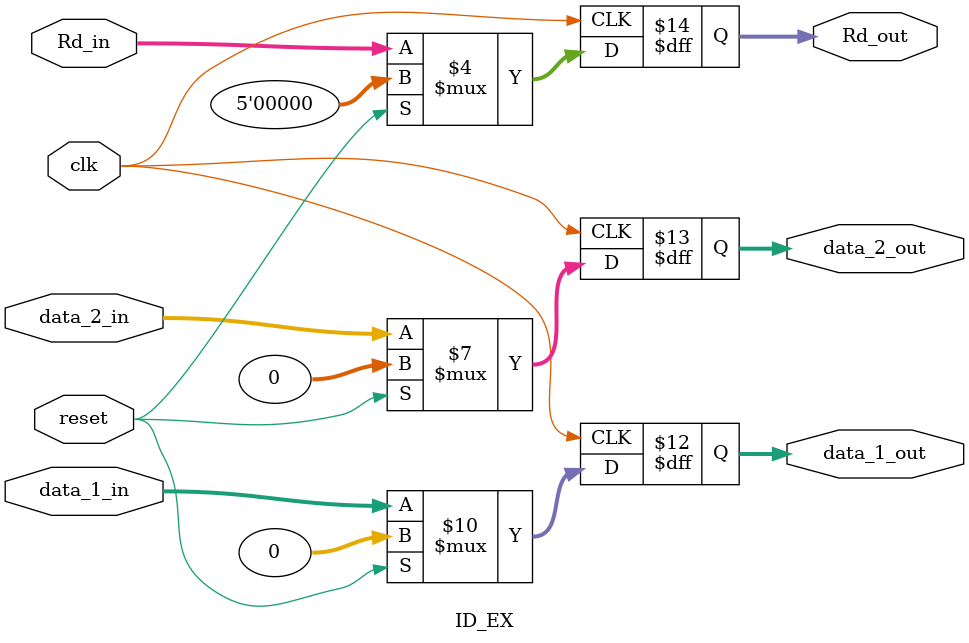
<source format=v>
module ID_EX (
	input wire clk,
	input wire reset,
	input wire [31:0] data_1_in,
	input wire [31:0] data_2_in,
	input wire [4:0] 	Rd_in,
	output reg [31:0] data_1_out,
	output reg [31:0] data_2_out,
	output reg [4:0] 	Rd_out);
	
	always @(posedge clk) begin
		if (reset == 1'b1) begin
			data_1_out = 0;
			data_2_out = 0;
			Rd_out = 0;
		end else begin
			data_1_out = data_1_in;
			data_2_out = data_2_in;
			Rd_out = Rd_in;
		end
	end
endmodule 
</source>
